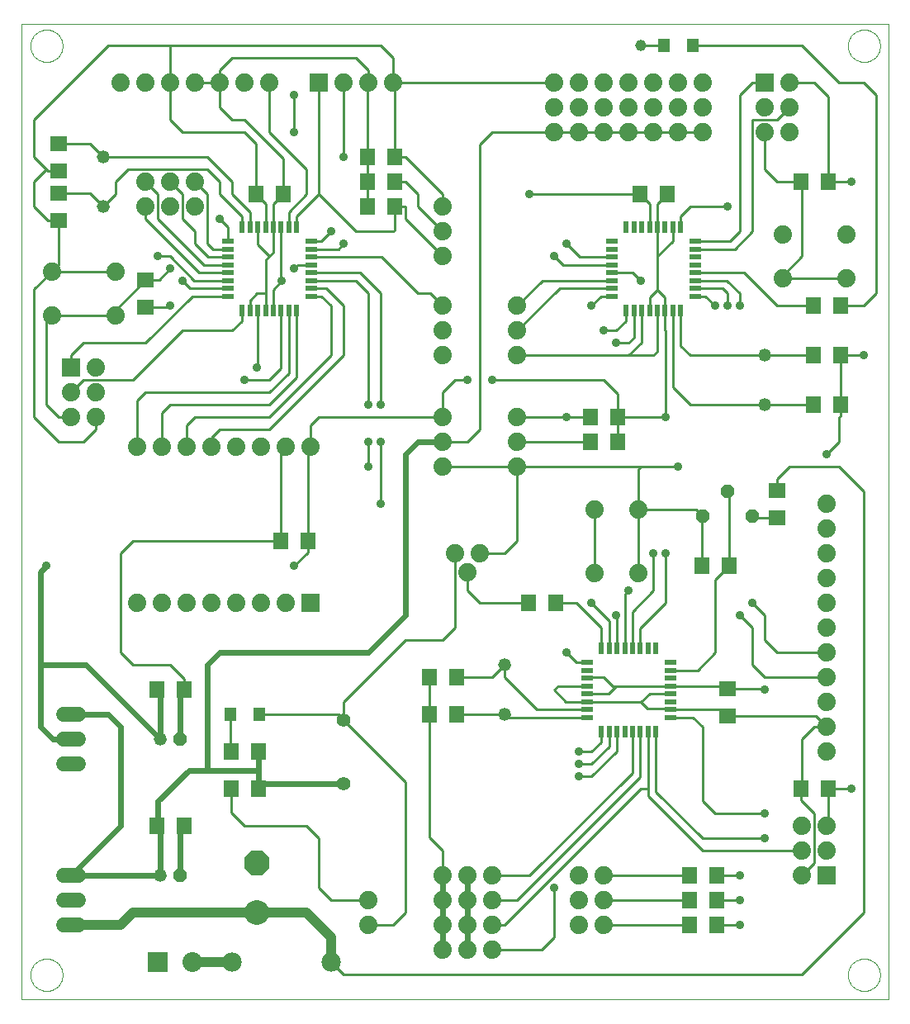
<source format=gtl>
G75*
G70*
%OFA0B0*%
%FSLAX24Y24*%
%IPPOS*%
%LPD*%
%AMOC8*
5,1,8,0,0,1.08239X$1,22.5*
%
%ADD10C,0.0000*%
%ADD11R,0.0500X0.0220*%
%ADD12R,0.0220X0.0500*%
%ADD13R,0.0800X0.0800*%
%ADD14C,0.0800*%
%ADD15C,0.0600*%
%ADD16R,0.0630X0.0709*%
%ADD17R,0.0709X0.0630*%
%ADD18C,0.0520*%
%ADD19C,0.0554*%
%ADD20C,0.0740*%
%ADD21R,0.0472X0.0551*%
%ADD22R,0.0740X0.0740*%
%ADD23C,0.0780*%
%ADD24C,0.1000*%
%ADD25OC8,0.1000*%
%ADD26OC8,0.0520*%
%ADD27C,0.0460*%
%ADD28C,0.0100*%
%ADD29C,0.0360*%
%ADD30C,0.0240*%
%ADD31C,0.0400*%
D10*
X000232Y000232D02*
X000232Y039602D01*
X035224Y039602D01*
X035224Y000232D01*
X000232Y000232D01*
X000582Y001232D02*
X000584Y001282D01*
X000590Y001332D01*
X000600Y001382D01*
X000613Y001430D01*
X000630Y001478D01*
X000651Y001524D01*
X000675Y001568D01*
X000703Y001610D01*
X000734Y001650D01*
X000768Y001687D01*
X000805Y001722D01*
X000844Y001753D01*
X000885Y001782D01*
X000929Y001807D01*
X000975Y001829D01*
X001022Y001847D01*
X001070Y001861D01*
X001119Y001872D01*
X001169Y001879D01*
X001219Y001882D01*
X001270Y001881D01*
X001320Y001876D01*
X001370Y001867D01*
X001418Y001855D01*
X001466Y001838D01*
X001512Y001818D01*
X001557Y001795D01*
X001600Y001768D01*
X001640Y001738D01*
X001678Y001705D01*
X001713Y001669D01*
X001746Y001630D01*
X001775Y001589D01*
X001801Y001546D01*
X001824Y001501D01*
X001843Y001454D01*
X001858Y001406D01*
X001870Y001357D01*
X001878Y001307D01*
X001882Y001257D01*
X001882Y001207D01*
X001878Y001157D01*
X001870Y001107D01*
X001858Y001058D01*
X001843Y001010D01*
X001824Y000963D01*
X001801Y000918D01*
X001775Y000875D01*
X001746Y000834D01*
X001713Y000795D01*
X001678Y000759D01*
X001640Y000726D01*
X001600Y000696D01*
X001557Y000669D01*
X001512Y000646D01*
X001466Y000626D01*
X001418Y000609D01*
X001370Y000597D01*
X001320Y000588D01*
X001270Y000583D01*
X001219Y000582D01*
X001169Y000585D01*
X001119Y000592D01*
X001070Y000603D01*
X001022Y000617D01*
X000975Y000635D01*
X000929Y000657D01*
X000885Y000682D01*
X000844Y000711D01*
X000805Y000742D01*
X000768Y000777D01*
X000734Y000814D01*
X000703Y000854D01*
X000675Y000896D01*
X000651Y000940D01*
X000630Y000986D01*
X000613Y001034D01*
X000600Y001082D01*
X000590Y001132D01*
X000584Y001182D01*
X000582Y001232D01*
X000582Y038732D02*
X000584Y038782D01*
X000590Y038832D01*
X000600Y038882D01*
X000613Y038930D01*
X000630Y038978D01*
X000651Y039024D01*
X000675Y039068D01*
X000703Y039110D01*
X000734Y039150D01*
X000768Y039187D01*
X000805Y039222D01*
X000844Y039253D01*
X000885Y039282D01*
X000929Y039307D01*
X000975Y039329D01*
X001022Y039347D01*
X001070Y039361D01*
X001119Y039372D01*
X001169Y039379D01*
X001219Y039382D01*
X001270Y039381D01*
X001320Y039376D01*
X001370Y039367D01*
X001418Y039355D01*
X001466Y039338D01*
X001512Y039318D01*
X001557Y039295D01*
X001600Y039268D01*
X001640Y039238D01*
X001678Y039205D01*
X001713Y039169D01*
X001746Y039130D01*
X001775Y039089D01*
X001801Y039046D01*
X001824Y039001D01*
X001843Y038954D01*
X001858Y038906D01*
X001870Y038857D01*
X001878Y038807D01*
X001882Y038757D01*
X001882Y038707D01*
X001878Y038657D01*
X001870Y038607D01*
X001858Y038558D01*
X001843Y038510D01*
X001824Y038463D01*
X001801Y038418D01*
X001775Y038375D01*
X001746Y038334D01*
X001713Y038295D01*
X001678Y038259D01*
X001640Y038226D01*
X001600Y038196D01*
X001557Y038169D01*
X001512Y038146D01*
X001466Y038126D01*
X001418Y038109D01*
X001370Y038097D01*
X001320Y038088D01*
X001270Y038083D01*
X001219Y038082D01*
X001169Y038085D01*
X001119Y038092D01*
X001070Y038103D01*
X001022Y038117D01*
X000975Y038135D01*
X000929Y038157D01*
X000885Y038182D01*
X000844Y038211D01*
X000805Y038242D01*
X000768Y038277D01*
X000734Y038314D01*
X000703Y038354D01*
X000675Y038396D01*
X000651Y038440D01*
X000630Y038486D01*
X000613Y038534D01*
X000600Y038582D01*
X000590Y038632D01*
X000584Y038682D01*
X000582Y038732D01*
X033582Y038732D02*
X033584Y038782D01*
X033590Y038832D01*
X033600Y038882D01*
X033613Y038930D01*
X033630Y038978D01*
X033651Y039024D01*
X033675Y039068D01*
X033703Y039110D01*
X033734Y039150D01*
X033768Y039187D01*
X033805Y039222D01*
X033844Y039253D01*
X033885Y039282D01*
X033929Y039307D01*
X033975Y039329D01*
X034022Y039347D01*
X034070Y039361D01*
X034119Y039372D01*
X034169Y039379D01*
X034219Y039382D01*
X034270Y039381D01*
X034320Y039376D01*
X034370Y039367D01*
X034418Y039355D01*
X034466Y039338D01*
X034512Y039318D01*
X034557Y039295D01*
X034600Y039268D01*
X034640Y039238D01*
X034678Y039205D01*
X034713Y039169D01*
X034746Y039130D01*
X034775Y039089D01*
X034801Y039046D01*
X034824Y039001D01*
X034843Y038954D01*
X034858Y038906D01*
X034870Y038857D01*
X034878Y038807D01*
X034882Y038757D01*
X034882Y038707D01*
X034878Y038657D01*
X034870Y038607D01*
X034858Y038558D01*
X034843Y038510D01*
X034824Y038463D01*
X034801Y038418D01*
X034775Y038375D01*
X034746Y038334D01*
X034713Y038295D01*
X034678Y038259D01*
X034640Y038226D01*
X034600Y038196D01*
X034557Y038169D01*
X034512Y038146D01*
X034466Y038126D01*
X034418Y038109D01*
X034370Y038097D01*
X034320Y038088D01*
X034270Y038083D01*
X034219Y038082D01*
X034169Y038085D01*
X034119Y038092D01*
X034070Y038103D01*
X034022Y038117D01*
X033975Y038135D01*
X033929Y038157D01*
X033885Y038182D01*
X033844Y038211D01*
X033805Y038242D01*
X033768Y038277D01*
X033734Y038314D01*
X033703Y038354D01*
X033675Y038396D01*
X033651Y038440D01*
X033630Y038486D01*
X033613Y038534D01*
X033600Y038582D01*
X033590Y038632D01*
X033584Y038682D01*
X033582Y038732D01*
X033582Y001232D02*
X033584Y001282D01*
X033590Y001332D01*
X033600Y001382D01*
X033613Y001430D01*
X033630Y001478D01*
X033651Y001524D01*
X033675Y001568D01*
X033703Y001610D01*
X033734Y001650D01*
X033768Y001687D01*
X033805Y001722D01*
X033844Y001753D01*
X033885Y001782D01*
X033929Y001807D01*
X033975Y001829D01*
X034022Y001847D01*
X034070Y001861D01*
X034119Y001872D01*
X034169Y001879D01*
X034219Y001882D01*
X034270Y001881D01*
X034320Y001876D01*
X034370Y001867D01*
X034418Y001855D01*
X034466Y001838D01*
X034512Y001818D01*
X034557Y001795D01*
X034600Y001768D01*
X034640Y001738D01*
X034678Y001705D01*
X034713Y001669D01*
X034746Y001630D01*
X034775Y001589D01*
X034801Y001546D01*
X034824Y001501D01*
X034843Y001454D01*
X034858Y001406D01*
X034870Y001357D01*
X034878Y001307D01*
X034882Y001257D01*
X034882Y001207D01*
X034878Y001157D01*
X034870Y001107D01*
X034858Y001058D01*
X034843Y001010D01*
X034824Y000963D01*
X034801Y000918D01*
X034775Y000875D01*
X034746Y000834D01*
X034713Y000795D01*
X034678Y000759D01*
X034640Y000726D01*
X034600Y000696D01*
X034557Y000669D01*
X034512Y000646D01*
X034466Y000626D01*
X034418Y000609D01*
X034370Y000597D01*
X034320Y000588D01*
X034270Y000583D01*
X034219Y000582D01*
X034169Y000585D01*
X034119Y000592D01*
X034070Y000603D01*
X034022Y000617D01*
X033975Y000635D01*
X033929Y000657D01*
X033885Y000682D01*
X033844Y000711D01*
X033805Y000742D01*
X033768Y000777D01*
X033734Y000814D01*
X033703Y000854D01*
X033675Y000896D01*
X033651Y000940D01*
X033630Y000986D01*
X033613Y001034D01*
X033600Y001082D01*
X033590Y001132D01*
X033584Y001182D01*
X033582Y001232D01*
D11*
X026422Y011629D03*
X026422Y011944D03*
X026422Y012259D03*
X026422Y012574D03*
X026422Y012889D03*
X026422Y013204D03*
X026422Y013519D03*
X026422Y013834D03*
X023042Y013834D03*
X023042Y013519D03*
X023042Y013204D03*
X023042Y012889D03*
X023042Y012574D03*
X023042Y012259D03*
X023042Y011944D03*
X023042Y011629D03*
X024042Y028629D03*
X024042Y028944D03*
X024042Y029259D03*
X024042Y029574D03*
X024042Y029889D03*
X024042Y030204D03*
X024042Y030519D03*
X024042Y030834D03*
X027422Y030834D03*
X027422Y030519D03*
X027422Y030204D03*
X027422Y029889D03*
X027422Y029574D03*
X027422Y029259D03*
X027422Y028944D03*
X027422Y028629D03*
X011922Y028629D03*
X011922Y028944D03*
X011922Y029259D03*
X011922Y029574D03*
X011922Y029889D03*
X011922Y030204D03*
X011922Y030519D03*
X011922Y030834D03*
X008542Y030834D03*
X008542Y030519D03*
X008542Y030204D03*
X008542Y029889D03*
X008542Y029574D03*
X008542Y029259D03*
X008542Y028944D03*
X008542Y028629D03*
D12*
X009129Y028042D03*
X009444Y028042D03*
X009759Y028042D03*
X010074Y028042D03*
X010389Y028042D03*
X010704Y028042D03*
X011019Y028042D03*
X011334Y028042D03*
X011334Y031422D03*
X011019Y031422D03*
X010704Y031422D03*
X010389Y031422D03*
X010074Y031422D03*
X009759Y031422D03*
X009444Y031422D03*
X009129Y031422D03*
X023629Y014422D03*
X023944Y014422D03*
X024259Y014422D03*
X024574Y014422D03*
X024889Y014422D03*
X025204Y014422D03*
X025519Y014422D03*
X025834Y014422D03*
X025834Y011042D03*
X025519Y011042D03*
X025204Y011042D03*
X024889Y011042D03*
X024574Y011042D03*
X024259Y011042D03*
X023944Y011042D03*
X023629Y011042D03*
X024629Y028042D03*
X024944Y028042D03*
X025259Y028042D03*
X025574Y028042D03*
X025889Y028042D03*
X026204Y028042D03*
X026519Y028042D03*
X026834Y028042D03*
X026834Y031422D03*
X026519Y031422D03*
X026204Y031422D03*
X025889Y031422D03*
X025574Y031422D03*
X025259Y031422D03*
X024944Y031422D03*
X024629Y031422D03*
D13*
X005732Y001732D03*
D14*
X007110Y001732D03*
D15*
X002532Y003232D02*
X001932Y003232D01*
X001932Y004232D02*
X002532Y004232D01*
X002532Y005232D02*
X001932Y005232D01*
X001932Y009732D02*
X002532Y009732D01*
X002532Y010732D02*
X001932Y010732D01*
X001932Y011732D02*
X002532Y011732D01*
D16*
X005681Y012732D03*
X006783Y012732D03*
X008681Y010232D03*
X009783Y010232D03*
X009783Y008732D03*
X008681Y008732D03*
X006783Y007232D03*
X005681Y007232D03*
X010681Y018732D03*
X011783Y018732D03*
X016681Y013232D03*
X017783Y013232D03*
X017783Y011732D03*
X016681Y011732D03*
X020681Y016232D03*
X021783Y016232D03*
X023181Y022732D03*
X023181Y023732D03*
X024283Y023732D03*
X024283Y022732D03*
X027681Y017732D03*
X028783Y017732D03*
X032181Y024232D03*
X033283Y024232D03*
X033283Y026232D03*
X032181Y026232D03*
X032181Y028232D03*
X033283Y028232D03*
X032783Y033232D03*
X031681Y033232D03*
X026283Y032732D03*
X025181Y032732D03*
X015283Y032232D03*
X015283Y033232D03*
X015283Y034232D03*
X014181Y034232D03*
X014181Y033232D03*
X014181Y032232D03*
X010783Y032732D03*
X009681Y032732D03*
X031681Y008732D03*
X032783Y008732D03*
X028283Y005232D03*
X028283Y004232D03*
X028283Y003232D03*
X027181Y003232D03*
X027181Y004232D03*
X027181Y005232D03*
D17*
X028732Y011681D03*
X028732Y012783D03*
X030732Y019681D03*
X030732Y020783D03*
X005232Y028181D03*
X005232Y029283D03*
X001732Y031681D03*
X001732Y032783D03*
X001732Y033681D03*
X001732Y034783D03*
D18*
X003532Y034232D03*
X003532Y032232D03*
X019732Y013732D03*
X019732Y011732D03*
X030232Y024232D03*
X030232Y026232D03*
X005832Y010732D03*
X005832Y005232D03*
D19*
X013232Y008952D03*
X013232Y011511D03*
D20*
X010901Y016240D03*
X009901Y016240D03*
X008901Y016240D03*
X007901Y016240D03*
X006901Y016240D03*
X005901Y016240D03*
X004901Y016240D03*
X004901Y022539D03*
X005901Y022539D03*
X006901Y022539D03*
X007901Y022539D03*
X008901Y022539D03*
X009901Y022539D03*
X010901Y022539D03*
X011901Y022539D03*
X017232Y022732D03*
X017232Y021732D03*
X017232Y023732D03*
X017232Y026232D03*
X017232Y027232D03*
X017232Y028232D03*
X017232Y030232D03*
X017232Y031232D03*
X017232Y032232D03*
X020232Y028232D03*
X020232Y027232D03*
X020232Y026232D03*
X020232Y023732D03*
X020232Y022732D03*
X020232Y021732D03*
X023342Y020012D03*
X025122Y020012D03*
X025122Y017452D03*
X023342Y017452D03*
X018732Y018232D03*
X018232Y017482D03*
X017732Y018232D03*
X018232Y005232D03*
X019232Y005232D03*
X019232Y004232D03*
X019232Y003232D03*
X019232Y002232D03*
X018232Y002232D03*
X018232Y003232D03*
X018232Y004232D03*
X017232Y004232D03*
X017232Y003232D03*
X017232Y002232D03*
X017232Y005232D03*
X014232Y004232D03*
X014232Y003232D03*
X022732Y003232D03*
X022732Y004232D03*
X023732Y004232D03*
X023732Y003232D03*
X023732Y005232D03*
X022732Y005232D03*
X031732Y005232D03*
X031732Y006232D03*
X031732Y007232D03*
X032732Y007232D03*
X032732Y006232D03*
X032732Y010232D03*
X032732Y011232D03*
X032732Y012232D03*
X032732Y013232D03*
X032732Y014232D03*
X032732Y015232D03*
X032732Y016232D03*
X032732Y017232D03*
X032732Y018232D03*
X032732Y019232D03*
X032732Y020232D03*
X033512Y029342D03*
X033512Y031122D03*
X030952Y031122D03*
X030952Y029342D03*
X031232Y035232D03*
X031232Y036232D03*
X031232Y037232D03*
X030232Y036232D03*
X030232Y035232D03*
X027732Y035232D03*
X027732Y036232D03*
X027732Y037232D03*
X026732Y037232D03*
X026732Y036232D03*
X026732Y035232D03*
X025732Y035232D03*
X025732Y036232D03*
X025732Y037232D03*
X024732Y037232D03*
X024732Y036232D03*
X024732Y035232D03*
X023732Y035232D03*
X023732Y036232D03*
X022732Y036232D03*
X022732Y035232D03*
X021732Y035232D03*
X021732Y036232D03*
X021732Y037232D03*
X022732Y037232D03*
X023732Y037232D03*
X015232Y037232D03*
X014232Y037232D03*
X013232Y037232D03*
X010232Y037232D03*
X009232Y037232D03*
X008232Y037232D03*
X007232Y037232D03*
X006232Y037232D03*
X005232Y037232D03*
X004232Y037232D03*
X005232Y033232D03*
X006232Y033232D03*
X007232Y033232D03*
X007232Y032232D03*
X006232Y032232D03*
X005232Y032232D03*
X004012Y029622D03*
X004012Y027842D03*
X003232Y025732D03*
X003232Y024732D03*
X003232Y023732D03*
X002232Y023732D03*
X002232Y024732D03*
X001452Y027842D03*
X001452Y029622D03*
D21*
X008641Y011732D03*
X009822Y011732D03*
X026141Y038732D03*
X027322Y038732D03*
D22*
X030232Y037232D03*
X012232Y037232D03*
X002232Y025732D03*
X011901Y016240D03*
X032732Y005232D03*
D23*
X012732Y001732D03*
X008732Y001732D03*
D24*
X009732Y003732D03*
D25*
X009732Y005732D03*
D26*
X006632Y005232D03*
X006632Y010732D03*
X027732Y019732D03*
X028732Y020732D03*
X029732Y019732D03*
D27*
X025232Y038732D03*
D28*
X026141Y038732D01*
X027322Y038732D02*
X031732Y038732D01*
X033232Y037232D01*
X034232Y037232D01*
X034732Y036732D01*
X034732Y028732D01*
X034232Y028232D01*
X033283Y028232D01*
X032181Y028232D02*
X030732Y028232D01*
X029389Y029574D01*
X027422Y029574D01*
X027422Y029259D02*
X028704Y029259D01*
X029232Y028732D01*
X029232Y028232D01*
X028732Y028232D02*
X028732Y028732D01*
X028519Y028944D01*
X027422Y028944D01*
X027422Y028629D02*
X027834Y028629D01*
X028232Y028232D01*
X026834Y028042D02*
X026834Y026629D01*
X027232Y026232D01*
X030232Y026232D01*
X032181Y026232D01*
X033283Y026232D02*
X033283Y024232D01*
X033283Y023783D01*
X033232Y023732D01*
X033232Y022732D01*
X032732Y022232D01*
X033232Y021732D02*
X031232Y021732D01*
X030732Y021232D01*
X030732Y020783D01*
X030732Y019681D02*
X029783Y019681D01*
X029732Y019732D01*
X028783Y020681D02*
X028732Y020732D01*
X028783Y020681D02*
X028783Y017732D01*
X028232Y017181D01*
X028232Y014232D01*
X027519Y013519D01*
X026422Y013519D01*
X026422Y012889D02*
X024232Y012889D01*
X023917Y012574D01*
X023042Y012574D01*
X023042Y012259D02*
X022204Y012259D01*
X021732Y012732D01*
X021889Y012889D01*
X023042Y012889D01*
X023042Y013204D02*
X023069Y013232D01*
X023732Y013232D01*
X024074Y012889D01*
X024232Y012889D01*
X025204Y012259D02*
X025232Y012232D01*
X025482Y011982D01*
X026384Y011982D01*
X026422Y011944D01*
X028468Y011944D01*
X028732Y011681D01*
X032283Y011681D01*
X032732Y011232D01*
X032232Y011232D01*
X031732Y010732D01*
X031732Y008783D01*
X031681Y008732D01*
X031681Y008283D01*
X032232Y007732D01*
X032232Y005732D01*
X031732Y005232D01*
X031732Y006232D02*
X027732Y006232D01*
X025519Y008444D01*
X025519Y008732D01*
X025232Y008732D01*
X019732Y003232D01*
X019232Y003232D01*
X019232Y004232D02*
X020232Y004232D01*
X025204Y009204D01*
X025204Y011042D01*
X024889Y011042D02*
X024889Y009389D01*
X020732Y005232D01*
X019232Y005232D01*
X017232Y005232D02*
X017232Y006232D01*
X016681Y006783D01*
X016681Y011732D01*
X016681Y013232D01*
X017783Y013232D02*
X019232Y013232D01*
X019732Y013732D01*
X019732Y013232D01*
X021019Y011944D01*
X023042Y011944D01*
X023042Y011629D02*
X019834Y011629D01*
X019732Y011732D01*
X017783Y011732D01*
X017232Y014732D02*
X015732Y014732D01*
X013232Y012232D01*
X013232Y011511D01*
X015732Y009011D01*
X015732Y003732D01*
X015232Y003232D01*
X014232Y003232D01*
X014232Y004232D02*
X012732Y004232D01*
X012232Y004732D01*
X012232Y006732D01*
X011732Y007232D01*
X009232Y007232D01*
X008681Y007783D01*
X008681Y008732D01*
X009783Y008732D02*
X010003Y008952D01*
X009783Y009432D02*
X009733Y009482D01*
X008681Y010232D02*
X008641Y010271D01*
X008641Y011732D01*
X009822Y011732D02*
X013011Y011732D01*
X013232Y011511D01*
X017232Y014732D02*
X017732Y015232D01*
X017732Y018232D01*
X018232Y017482D02*
X018232Y016732D01*
X018732Y016232D01*
X020681Y016232D01*
X021783Y016232D02*
X022632Y016232D01*
X023632Y015232D01*
X023632Y014424D01*
X023629Y014422D01*
X023944Y014422D02*
X023944Y015519D01*
X023232Y016232D01*
X024232Y015732D02*
X024259Y015704D01*
X024259Y014422D01*
X024574Y014422D02*
X024574Y016574D01*
X024732Y016732D01*
X025122Y017452D02*
X025122Y020012D01*
X027452Y020012D01*
X027732Y019732D01*
X027681Y019681D01*
X027681Y017732D01*
X026232Y018232D02*
X026232Y016232D01*
X025204Y015204D01*
X025204Y014422D01*
X024889Y014422D02*
X024889Y015889D01*
X025732Y016732D01*
X025732Y018232D01*
X025122Y020012D02*
X025122Y021622D01*
X025232Y021732D01*
X026732Y021732D01*
X025232Y021732D02*
X020232Y021732D01*
X020232Y018732D01*
X019732Y018232D01*
X018732Y018232D01*
X017232Y021732D02*
X020232Y021732D01*
X020232Y022732D02*
X023181Y022732D01*
X023181Y023732D02*
X022232Y023732D01*
X020232Y023732D01*
X019232Y025232D02*
X023732Y025232D01*
X024283Y024681D01*
X024283Y023732D01*
X026232Y023732D01*
X026232Y027232D01*
X026204Y027259D01*
X026204Y028042D01*
X026204Y028574D01*
X025889Y028889D01*
X025574Y028574D01*
X025574Y028042D01*
X025259Y028042D02*
X025259Y026759D01*
X024732Y026232D01*
X025732Y026232D01*
X025889Y026389D01*
X025889Y028042D01*
X026519Y028042D02*
X026519Y024944D01*
X027232Y024232D01*
X030232Y024232D01*
X032181Y024232D01*
X033283Y026232D02*
X034232Y026232D01*
X033512Y029342D02*
X030952Y029342D01*
X030952Y029452D01*
X031732Y030232D01*
X031732Y033181D01*
X031681Y033232D01*
X030732Y033232D01*
X030232Y033732D01*
X030232Y035232D01*
X030732Y035732D02*
X031232Y036232D01*
X030732Y035732D02*
X029732Y035732D01*
X029732Y031232D01*
X029019Y030519D01*
X027422Y030519D01*
X027422Y030834D02*
X028834Y030834D01*
X029232Y031232D01*
X029232Y036732D01*
X029732Y037232D01*
X030232Y037232D01*
X031232Y037232D02*
X032232Y037232D01*
X032783Y036681D01*
X032783Y033232D01*
X033732Y033232D01*
X032783Y033232D02*
X032732Y033232D01*
X031732Y033232D02*
X031681Y033232D01*
X028732Y032232D02*
X027232Y032232D01*
X026834Y031834D01*
X026834Y031422D01*
X026519Y031422D02*
X026519Y030862D01*
X025889Y030232D01*
X025889Y031422D01*
X025889Y032338D01*
X026283Y032732D01*
X025574Y032338D02*
X025181Y032732D01*
X020732Y032732D01*
X022232Y030732D02*
X022759Y030204D01*
X024042Y030204D01*
X024042Y029889D02*
X022074Y029889D01*
X021732Y030232D01*
X021259Y029259D02*
X020232Y028232D01*
X020232Y027232D02*
X021944Y028944D01*
X024042Y028944D01*
X024042Y028629D02*
X023629Y028629D01*
X023232Y028232D01*
X023732Y027232D02*
X024232Y027232D01*
X024629Y027629D01*
X024629Y028042D01*
X024944Y028042D02*
X024944Y026944D01*
X024732Y026732D01*
X024232Y026732D01*
X024732Y026232D02*
X020232Y026232D01*
X018232Y025232D02*
X017732Y025232D01*
X017232Y024732D01*
X017232Y023732D01*
X012232Y023732D01*
X011901Y023401D01*
X011901Y022539D01*
X011783Y022421D01*
X011783Y018732D01*
X011783Y018283D01*
X011232Y017732D01*
X010681Y018732D02*
X010681Y022318D01*
X010901Y022539D01*
X010232Y023232D02*
X008232Y023232D01*
X007901Y022901D01*
X007901Y022539D01*
X006901Y022539D02*
X006901Y023401D01*
X007232Y023732D01*
X010232Y023732D01*
X012732Y026232D01*
X012732Y028232D01*
X012334Y028629D01*
X011922Y028629D01*
X011922Y028944D02*
X012519Y028944D01*
X013232Y028232D01*
X013232Y026232D01*
X010232Y023232D01*
X010232Y024232D02*
X011334Y025334D01*
X011334Y028042D01*
X011019Y028042D02*
X011019Y025519D01*
X010232Y024732D01*
X005232Y024732D01*
X004901Y024401D01*
X004901Y022539D01*
X005901Y022539D02*
X005901Y023901D01*
X006232Y024232D01*
X010232Y024232D01*
X010232Y025232D02*
X009232Y025232D01*
X009732Y025732D02*
X009759Y025759D01*
X009759Y028042D01*
X009444Y028042D02*
X009444Y028444D01*
X009732Y028732D01*
X010074Y028732D01*
X010074Y030074D01*
X010232Y030232D01*
X010389Y030389D01*
X010389Y031422D01*
X010389Y032338D01*
X010783Y032732D01*
X010783Y034181D01*
X009232Y035732D01*
X008732Y035732D01*
X008232Y036232D01*
X008232Y037232D01*
X008232Y037732D01*
X008732Y038232D01*
X013732Y038232D01*
X014232Y037732D01*
X014232Y037232D01*
X014181Y037181D01*
X014181Y034232D01*
X014181Y033232D01*
X014181Y032232D01*
X013732Y031232D02*
X012232Y032732D01*
X012232Y037232D01*
X013232Y037232D02*
X013232Y034232D01*
X011732Y033732D02*
X011732Y032732D01*
X011019Y032019D01*
X011019Y031422D01*
X010704Y031422D02*
X010704Y029259D01*
X010732Y029232D01*
X010389Y028889D01*
X010389Y028042D01*
X010074Y028042D02*
X010074Y028732D01*
X010704Y028042D02*
X010704Y025704D01*
X010232Y025232D01*
X008732Y027232D02*
X006732Y027232D01*
X004732Y025232D01*
X002732Y025232D01*
X002232Y024732D01*
X002232Y023732D02*
X001732Y023732D01*
X001232Y024232D01*
X001232Y027622D01*
X001452Y027842D01*
X004012Y027842D01*
X004012Y028063D01*
X005232Y029283D01*
X005783Y029283D01*
X006232Y029732D01*
X006232Y030232D02*
X005732Y030232D01*
X006232Y030232D02*
X007204Y029259D01*
X008542Y029259D01*
X008542Y028944D02*
X007019Y028944D01*
X006732Y029232D01*
X007129Y028629D02*
X005232Y026732D01*
X002732Y026732D01*
X002232Y026232D01*
X002232Y025732D01*
X003232Y023732D02*
X003232Y023232D01*
X002732Y022732D01*
X001732Y022732D01*
X000732Y023732D01*
X000732Y028902D01*
X001452Y029622D01*
X001732Y029902D01*
X001732Y031681D01*
X001283Y031681D01*
X000732Y032232D01*
X000732Y033232D01*
X001232Y033732D01*
X000732Y034232D01*
X000732Y035732D01*
X003732Y038732D01*
X006232Y038732D01*
X014732Y038732D01*
X015232Y038232D01*
X015232Y037232D01*
X021732Y037232D01*
X021732Y035232D02*
X022732Y035232D01*
X023732Y035232D01*
X024732Y035232D01*
X025732Y035232D01*
X026732Y035232D01*
X027732Y035232D01*
X025574Y032338D02*
X025574Y031422D01*
X025889Y030232D02*
X025889Y028889D01*
X025232Y029232D02*
X024889Y029574D01*
X024042Y029574D01*
X024042Y029259D02*
X021259Y029259D01*
X017232Y030232D02*
X015732Y031732D01*
X015732Y032232D01*
X015283Y032232D01*
X015283Y031283D01*
X015232Y031232D01*
X013732Y031232D01*
X013232Y030732D02*
X013019Y030519D01*
X011922Y030519D01*
X011922Y030204D02*
X014759Y030204D01*
X016232Y028732D01*
X016732Y028732D01*
X017232Y028232D01*
X014732Y028732D02*
X014732Y024232D01*
X014232Y024232D02*
X014232Y028732D01*
X013732Y029232D01*
X012232Y029232D01*
X012204Y029259D01*
X011922Y029259D01*
X011922Y029574D02*
X013889Y029574D01*
X014732Y028732D01*
X012334Y030834D02*
X012732Y031232D01*
X012334Y030834D02*
X011922Y030834D01*
X011334Y031422D02*
X011334Y031834D01*
X012232Y032732D01*
X011732Y033732D02*
X010232Y035232D01*
X010232Y037232D01*
X011232Y036732D02*
X011232Y035232D01*
X009681Y034783D02*
X009232Y035232D01*
X006732Y035232D01*
X006232Y035732D01*
X006232Y037232D01*
X006232Y038732D01*
X007232Y037232D02*
X008232Y037232D01*
X009681Y034783D02*
X009681Y032732D01*
X010074Y032338D01*
X010074Y031422D01*
X009759Y031422D02*
X009759Y030704D01*
X010232Y030232D01*
X011232Y029732D02*
X011389Y029889D01*
X011922Y029889D01*
X009444Y031422D02*
X009444Y032019D01*
X008732Y032732D01*
X008732Y033232D01*
X007732Y034232D01*
X003532Y034232D01*
X002981Y034783D01*
X001732Y034783D01*
X001732Y033681D02*
X001283Y033681D01*
X001232Y033732D01*
X001732Y032783D02*
X002981Y032783D01*
X003532Y032232D01*
X004032Y032732D01*
X004032Y033232D01*
X004532Y033732D01*
X007732Y033732D01*
X008232Y033232D01*
X008232Y032732D01*
X009129Y031834D01*
X009129Y031422D01*
X008542Y031422D02*
X008542Y030834D01*
X008542Y030519D02*
X007944Y030519D01*
X007732Y030732D01*
X007732Y032732D01*
X007232Y033232D01*
X006732Y032732D02*
X006232Y033232D01*
X006732Y032732D02*
X006732Y031732D01*
X007232Y031232D01*
X007232Y030732D01*
X007759Y030204D01*
X008542Y030204D01*
X008542Y029889D02*
X007574Y029889D01*
X005732Y031732D01*
X005732Y032732D01*
X005232Y033232D01*
X005232Y032232D02*
X005232Y031732D01*
X007389Y029574D01*
X008542Y029574D01*
X008542Y028629D02*
X007129Y028629D01*
X006232Y028232D02*
X006181Y028181D01*
X005232Y028181D01*
X004012Y029622D02*
X001452Y029622D01*
X008232Y031732D02*
X008542Y031422D01*
X009129Y028042D02*
X009129Y027629D01*
X008732Y027232D01*
X014232Y022732D02*
X014232Y021732D01*
X014732Y022732D02*
X014732Y020232D01*
X017232Y022732D02*
X018232Y022732D01*
X018732Y023232D01*
X018732Y034732D01*
X019232Y035232D01*
X021732Y035232D01*
X017232Y032732D02*
X017232Y032232D01*
X017232Y032732D02*
X015732Y034232D01*
X015283Y034232D01*
X015283Y037181D01*
X015232Y037232D01*
X015283Y033232D02*
X015732Y033232D01*
X016232Y032732D01*
X016232Y032232D01*
X017232Y031232D01*
X024283Y023732D02*
X024283Y022732D01*
X023342Y020012D02*
X023342Y017452D01*
X022232Y014232D02*
X022629Y013834D01*
X023042Y013834D01*
X023042Y012259D02*
X025204Y012259D01*
X025232Y012232D02*
X025574Y012574D01*
X026422Y012574D01*
X026422Y012889D02*
X028626Y012889D01*
X028732Y012783D01*
X030181Y012783D01*
X030232Y012732D01*
X030232Y013232D02*
X029732Y013732D01*
X029732Y015232D01*
X029232Y015732D01*
X029732Y016232D02*
X030232Y015732D01*
X030232Y014732D01*
X030732Y014232D01*
X032732Y014232D01*
X032732Y013232D02*
X030232Y013232D01*
X027732Y011232D02*
X027732Y008232D01*
X028232Y007732D01*
X030232Y007732D01*
X030232Y006732D02*
X027732Y006732D01*
X025834Y008629D01*
X025834Y011042D01*
X025519Y011042D02*
X025519Y008732D01*
X024259Y010259D02*
X023232Y009232D01*
X022732Y009232D01*
X022732Y009732D02*
X023232Y009732D01*
X023944Y010444D01*
X023944Y011042D01*
X023629Y011042D02*
X023629Y010629D01*
X023232Y010232D01*
X022732Y010232D01*
X024259Y010259D02*
X024259Y011042D01*
X026422Y011629D02*
X027334Y011629D01*
X027732Y011232D01*
X032783Y008732D02*
X032783Y007283D01*
X032732Y007232D01*
X032783Y008732D02*
X033732Y008732D01*
X034232Y003732D02*
X031732Y001232D01*
X013232Y001232D01*
X012732Y001732D01*
X019232Y002232D02*
X021232Y002232D01*
X021732Y002732D01*
X021732Y004732D01*
X023732Y005232D02*
X027181Y005232D01*
X027181Y004232D02*
X023732Y004232D01*
X023732Y003232D02*
X027181Y003232D01*
X028283Y003232D02*
X029232Y003232D01*
X029232Y004232D02*
X028283Y004232D01*
X028283Y005232D02*
X029232Y005232D01*
X034232Y003732D02*
X034232Y020732D01*
X033232Y021732D01*
X010681Y018732D02*
X004732Y018732D01*
X004232Y018232D01*
X004232Y014232D01*
X004732Y013732D01*
X006232Y013732D01*
X006783Y013181D01*
X006783Y012732D01*
D29*
X011232Y017732D03*
X014732Y020232D03*
X014232Y021732D03*
X014232Y022732D03*
X014732Y022732D03*
X014732Y024232D03*
X014232Y024232D03*
X018232Y025232D03*
X019232Y025232D03*
X022232Y023732D03*
X024232Y026732D03*
X023732Y027232D03*
X023232Y028232D03*
X021732Y030232D03*
X022232Y030732D03*
X020732Y032732D03*
X025232Y029232D03*
X028232Y028232D03*
X028732Y028232D03*
X029232Y028232D03*
X028732Y032232D03*
X033732Y033232D03*
X034232Y026232D03*
X032732Y022232D03*
X029732Y016232D03*
X029232Y015732D03*
X030232Y012732D03*
X033732Y008732D03*
X030232Y007732D03*
X030232Y006732D03*
X029232Y005232D03*
X029232Y004232D03*
X029232Y003232D03*
X022732Y009232D03*
X022732Y009732D03*
X022732Y010232D03*
X022232Y014232D03*
X023232Y016232D03*
X024232Y015732D03*
X024732Y016732D03*
X025732Y018232D03*
X026232Y018232D03*
X026732Y021732D03*
X026232Y023732D03*
X013232Y030732D03*
X012732Y031232D03*
X011232Y029732D03*
X010732Y029232D03*
X008232Y031732D03*
X006232Y029732D03*
X005732Y030232D03*
X006732Y029232D03*
X006232Y028232D03*
X009232Y025232D03*
X009732Y025732D03*
X013232Y034232D03*
X011232Y035232D03*
X011232Y036732D03*
X001232Y017732D03*
X021732Y004732D03*
D30*
X018232Y005232D02*
X018232Y004232D01*
X018232Y003232D01*
X018232Y002232D01*
X017232Y002232D02*
X017232Y003232D01*
X017232Y004232D01*
X017232Y005232D01*
X013232Y008952D02*
X010003Y008952D01*
X009783Y008732D02*
X009783Y009432D01*
X009783Y010232D01*
X009733Y009482D02*
X007732Y009482D01*
X007732Y013732D01*
X008232Y014232D01*
X014232Y014232D01*
X015732Y015732D01*
X015732Y022232D01*
X016232Y022732D01*
X017232Y022732D01*
X006783Y012732D02*
X006632Y012581D01*
X006632Y010732D01*
X005832Y010732D02*
X002832Y013732D01*
X000982Y013732D01*
X000982Y017482D01*
X001232Y017732D01*
X000982Y013732D02*
X000982Y011232D01*
X001482Y010732D01*
X002232Y010732D01*
X002232Y011732D02*
X003732Y011732D01*
X004232Y011232D01*
X004232Y007232D01*
X002232Y005232D01*
X005832Y005232D01*
X005832Y007081D01*
X005681Y007232D01*
X005732Y007283D01*
X005732Y008232D01*
X006982Y009482D01*
X007732Y009482D01*
X005832Y010732D02*
X005832Y012581D01*
X005681Y012732D01*
X006783Y007232D02*
X006632Y007081D01*
X006632Y005232D01*
D31*
X004732Y003732D02*
X009732Y003732D01*
X011732Y003732D01*
X012732Y002732D01*
X012732Y001732D01*
X008732Y001732D02*
X007110Y001732D01*
X004732Y003732D02*
X004232Y003232D01*
X002232Y003232D01*
M02*

</source>
